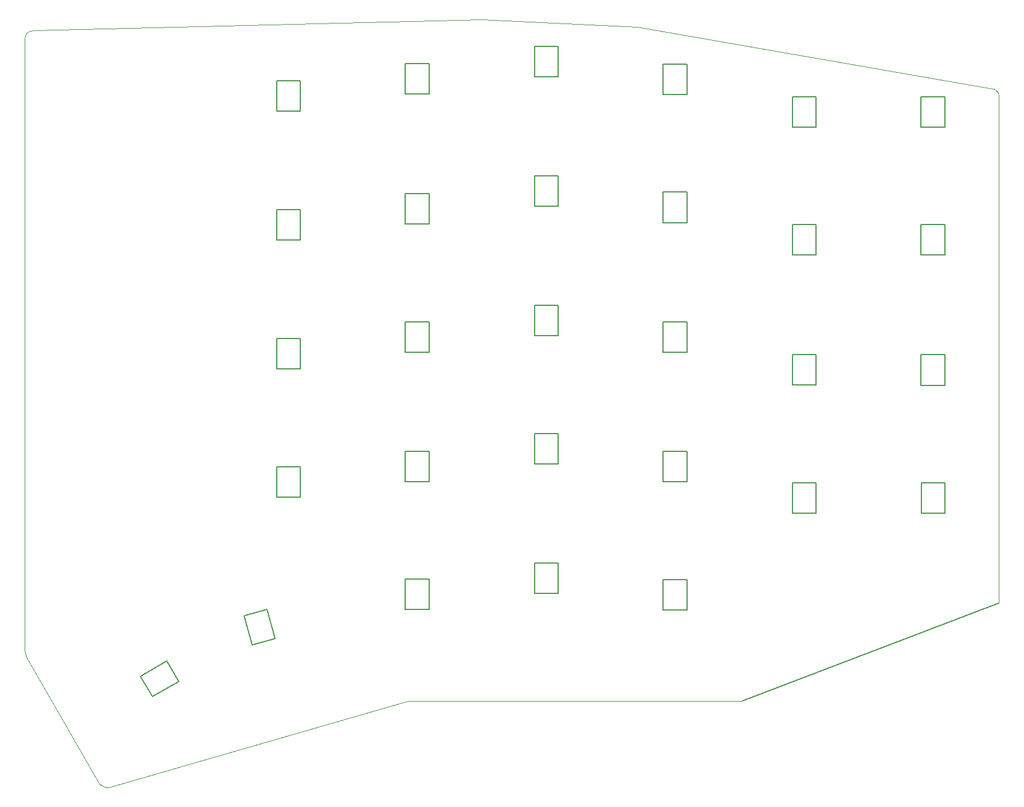
<source format=gm1>
G04 #@! TF.GenerationSoftware,KiCad,Pcbnew,5.1.10*
G04 #@! TF.CreationDate,2021-10-01T05:51:38+02:00*
G04 #@! TF.ProjectId,SofleKeyboard,536f666c-654b-4657-9962-6f6172642e6b,rev?*
G04 #@! TF.SameCoordinates,Original*
G04 #@! TF.FileFunction,Profile,NP*
%FSLAX46Y46*%
G04 Gerber Fmt 4.6, Leading zero omitted, Abs format (unit mm)*
G04 Created by KiCad (PCBNEW 5.1.10) date 2021-10-01 05:51:38*
%MOMM*%
%LPD*%
G01*
G04 APERTURE LIST*
G04 #@! TA.AperFunction,Profile*
%ADD10C,0.100000*%
G04 #@! TD*
G04 #@! TA.AperFunction,Profile*
%ADD11C,0.150000*%
G04 #@! TD*
G04 APERTURE END LIST*
D10*
X82918300Y-34874200D02*
X149047200Y-33197800D01*
X82346800Y-34937700D02*
X82918300Y-34874200D01*
X81965800Y-35128200D02*
X82346800Y-34937700D01*
X81648300Y-35445700D02*
X81965800Y-35128200D01*
X81521300Y-35953700D02*
X81648300Y-35445700D01*
X81534000Y-126238000D02*
X81521300Y-35953700D01*
X81597500Y-126936500D02*
X81534000Y-126238000D01*
X81851500Y-127635000D02*
X81597500Y-126936500D01*
D11*
X179348800Y-116035200D02*
X179348800Y-120535200D01*
X179350000Y-97050000D02*
X179350000Y-101550000D01*
X160350400Y-113536200D02*
X160350400Y-118036200D01*
X194950000Y-82750000D02*
X198450000Y-82750000D01*
X141250400Y-120449200D02*
X137750400Y-120449200D01*
X160350000Y-98930800D02*
X156850000Y-98930800D01*
X118750000Y-99350000D02*
X122250000Y-99350000D01*
X137750400Y-115949200D02*
X141250400Y-115949200D01*
X156850000Y-75456200D02*
X160350000Y-75456200D01*
X194950000Y-101750000D02*
X198450000Y-101750000D01*
X156850000Y-79956200D02*
X156850000Y-75456200D01*
X137750400Y-120449200D02*
X137750400Y-115949200D01*
X118750000Y-103850000D02*
X118750000Y-99350000D01*
X137750000Y-97050000D02*
X141250000Y-97050000D01*
X175850000Y-97050000D02*
X179350000Y-97050000D01*
X160350000Y-75456200D02*
X160350000Y-79956200D01*
X179348800Y-120535200D02*
X175848800Y-120535200D01*
X217500000Y-101726000D02*
X217500000Y-106226000D01*
X214000000Y-106226000D02*
X214000000Y-101726000D01*
X217500000Y-106226000D02*
X214000000Y-106226000D01*
X198450000Y-106250000D02*
X194950000Y-106250000D01*
X175848800Y-116035200D02*
X179348800Y-116035200D01*
X175848800Y-120535200D02*
X175848800Y-116035200D01*
X156850400Y-113536200D02*
X160350400Y-113536200D01*
X141250000Y-97050000D02*
X141250000Y-101550000D01*
X198450000Y-87250000D02*
X194950000Y-87250000D01*
X175850000Y-77950000D02*
X179350000Y-77950000D01*
X156850000Y-94430800D02*
X160350000Y-94430800D01*
X160350000Y-94430800D02*
X160350000Y-98930800D01*
X179350000Y-77950000D02*
X179350000Y-82450000D01*
X194950000Y-87250000D02*
X194950000Y-82750000D01*
X156850400Y-118036200D02*
X156850400Y-113536200D01*
X160350400Y-118036200D02*
X156850400Y-118036200D01*
X141250400Y-115949200D02*
X141250400Y-120449200D01*
X122250000Y-99350000D02*
X122250000Y-103850000D01*
X198450000Y-101750000D02*
X198450000Y-106250000D01*
X175850000Y-101550000D02*
X175850000Y-97050000D01*
X122250000Y-103850000D02*
X118750000Y-103850000D01*
X137750000Y-101550000D02*
X137750000Y-97050000D01*
X156850000Y-98930800D02*
X156850000Y-94430800D01*
X175850000Y-82450000D02*
X175850000Y-77950000D01*
X179350000Y-101550000D02*
X175850000Y-101550000D01*
X198450000Y-82750000D02*
X198450000Y-87250000D01*
X194950000Y-106250000D02*
X194950000Y-101750000D01*
X179350000Y-82450000D02*
X175850000Y-82450000D01*
X141250000Y-101550000D02*
X137750000Y-101550000D01*
D10*
X138154128Y-134000000D02*
X93900000Y-146750000D01*
D11*
X217450000Y-82789500D02*
X217450000Y-87289500D01*
D10*
X225026621Y-43695600D02*
X225168321Y-43835582D01*
D11*
X122250000Y-46750000D02*
X118750000Y-46750000D01*
X175850000Y-39850000D02*
X179350000Y-39850000D01*
X179350000Y-44350000D02*
X175850000Y-44350000D01*
X213950000Y-63526000D02*
X217450000Y-63526000D01*
X156850000Y-41730800D02*
X156850000Y-37230800D01*
D10*
X149047200Y-33197800D02*
X172034200Y-34290000D01*
D11*
X118750000Y-42250000D02*
X122250000Y-42250000D01*
X137750000Y-39748400D02*
X141250000Y-39748400D01*
X160350000Y-37230800D02*
X160350000Y-41730800D01*
X194950000Y-49150000D02*
X194950000Y-44650000D01*
X198450000Y-68050000D02*
X194950000Y-68050000D01*
X122250000Y-42250000D02*
X122250000Y-46750000D01*
X118750000Y-46750000D02*
X118750000Y-42250000D01*
X213950000Y-49151400D02*
X213950000Y-44651400D01*
X194950000Y-63550000D02*
X198450000Y-63550000D01*
X160350000Y-41730800D02*
X156850000Y-41730800D01*
X213950000Y-82789500D02*
X217450000Y-82789500D01*
X214000000Y-101726000D02*
X217500000Y-101726000D01*
X141250000Y-44248400D02*
X137750000Y-44248400D01*
X198450000Y-63550000D02*
X198450000Y-68050000D01*
X198450000Y-49150000D02*
X194950000Y-49150000D01*
D10*
X224861871Y-43581466D02*
X225026621Y-43695600D01*
D11*
X137750000Y-44248400D02*
X137750000Y-39748400D01*
X213950000Y-44651400D02*
X217450000Y-44651400D01*
D10*
X225168321Y-43835582D02*
X225283881Y-43997807D01*
D11*
X179350000Y-39850000D02*
X179350000Y-44350000D01*
X198450000Y-44650000D02*
X198450000Y-49150000D01*
X217450000Y-44651400D02*
X217450000Y-49151400D01*
X213950000Y-68026000D02*
X213950000Y-63526000D01*
X194950000Y-44650000D02*
X198450000Y-44650000D01*
X217450000Y-63526000D02*
X217450000Y-68026000D01*
X175850000Y-44350000D02*
X175850000Y-39850000D01*
X217450000Y-49151400D02*
X213950000Y-49151400D01*
X194950000Y-68050000D02*
X194950000Y-63550000D01*
X217450000Y-87289500D02*
X213950000Y-87289500D01*
X217450000Y-68026000D02*
X213950000Y-68026000D01*
X141250000Y-39748400D02*
X141250000Y-44248400D01*
X213950000Y-87289500D02*
X213950000Y-82789500D01*
X156850000Y-37230800D02*
X160350000Y-37230800D01*
X137750000Y-82450000D02*
X137750000Y-77950000D01*
X118750000Y-80350000D02*
X122250000Y-80350000D01*
X179350000Y-58748400D02*
X179350000Y-63248400D01*
X160350000Y-60830800D02*
X156850000Y-60830800D01*
X118750000Y-84850000D02*
X118750000Y-80350000D01*
X118750000Y-65850000D02*
X118750000Y-61350000D01*
X175850000Y-58748400D02*
X179350000Y-58748400D01*
X137750000Y-63450000D02*
X137750000Y-58950000D01*
X122250000Y-84850000D02*
X118750000Y-84850000D01*
X141250000Y-63450000D02*
X137750000Y-63450000D01*
X122250000Y-80350000D02*
X122250000Y-84850000D01*
X118750000Y-61350000D02*
X122250000Y-61350000D01*
X156850000Y-56330800D02*
X160350000Y-56330800D01*
X156850000Y-60830800D02*
X156850000Y-56330800D01*
X122250000Y-61350000D02*
X122250000Y-65850000D01*
X141250000Y-58950000D02*
X141250000Y-63450000D01*
X160350000Y-79956200D02*
X156850000Y-79956200D01*
X141250000Y-82450000D02*
X137750000Y-82450000D01*
X122250000Y-65850000D02*
X118750000Y-65850000D01*
X160350000Y-56330800D02*
X160350000Y-60830800D01*
X137750000Y-58950000D02*
X141250000Y-58950000D01*
X137750000Y-77950000D02*
X141250000Y-77950000D01*
X141250000Y-77950000D02*
X141250000Y-82450000D01*
X113952287Y-121332000D02*
X117333027Y-120426134D01*
X225470181Y-119500000D02*
X187500000Y-134000000D01*
D10*
X92900000Y-146500000D02*
X93350000Y-146650000D01*
D11*
X102516400Y-128048600D02*
X104266400Y-131079688D01*
X100369286Y-133329688D02*
X98619286Y-130298600D01*
D10*
X93350000Y-146650000D02*
X93900000Y-146750000D01*
D11*
X175850000Y-63248400D02*
X175850000Y-58748400D01*
X117333027Y-120426134D02*
X118497713Y-124772800D01*
X179350000Y-63248400D02*
X175850000Y-63248400D01*
X115116973Y-125678666D02*
X113952287Y-121332000D01*
D10*
X138154128Y-134000000D02*
X187500000Y-134000000D01*
X92550000Y-146200000D02*
X92900000Y-146500000D01*
D11*
X98619286Y-130298600D02*
X102516400Y-128048600D01*
X118497713Y-124772800D02*
X115116973Y-125678666D01*
X104266400Y-131079688D02*
X100369286Y-133329688D01*
D10*
X224475441Y-43445146D02*
X224677111Y-43496776D01*
X224677111Y-43496776D02*
X224861871Y-43581466D01*
X225370281Y-44178672D02*
X225424381Y-44374571D01*
X225424381Y-44374571D02*
X225443181Y-44581902D01*
X225443181Y-44581902D02*
X225470181Y-119500000D01*
X172034200Y-34290000D02*
X224475441Y-43445146D01*
X92550000Y-146200000D02*
X81851500Y-127635000D01*
X225283881Y-43997807D02*
X225370281Y-44178672D01*
M02*

</source>
